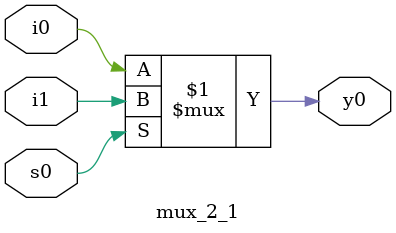
<source format=v>
module mux_2_1(
	input i0,
	input i1,
	input s0,
	output y0
);
	assign y0=(s0)?i1:i0;
endmodule

</source>
